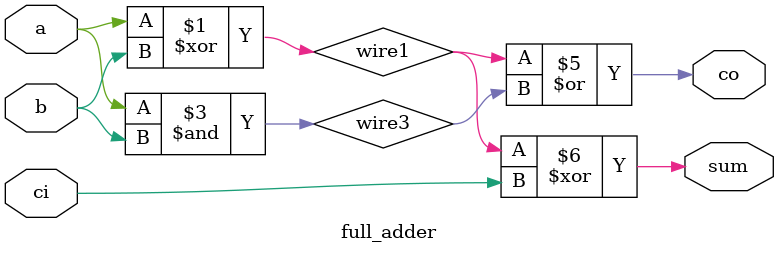
<source format=sv>
module full_adder(
    input logic a,b, ci,
    output logic sum, co
);

  logic wire1, wire2;
  assign wire1 = a^b ; // bitwise XOR
  assign wire2 = wire1 & ci;  //bitwise AND

wire wire3 = a & b;

always_comb begin 
    co = wire1 | wire3;   // bitwise OR
    sum = wire1 ^ ci;     //bitwise XOR

end

endmodule

 



</source>
